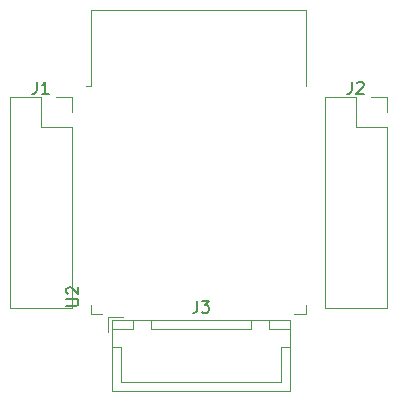
<source format=gbr>
G04 #@! TF.GenerationSoftware,KiCad,Pcbnew,6.0.0-rc1-unknown-bb2e402~66~ubuntu18.04.1*
G04 #@! TF.CreationDate,2019-04-16T15:47:46+02:00
G04 #@! TF.ProjectId,PentaESPConverter,50656e74-6145-4535-9043-6f6e76657274,rev?*
G04 #@! TF.SameCoordinates,Original*
G04 #@! TF.FileFunction,Legend,Top*
G04 #@! TF.FilePolarity,Positive*
%FSLAX46Y46*%
G04 Gerber Fmt 4.6, Leading zero omitted, Abs format (unit mm)*
G04 Created by KiCad (PCBNEW 6.0.0-rc1-unknown-bb2e402~66~ubuntu18.04.1) date Di 16 Apr 2019 15:47:46 CEST*
%MOMM*%
%LPD*%
G04 APERTURE LIST*
%ADD10C,0.120000*%
%ADD11C,0.150000*%
G04 APERTURE END LIST*
D10*
X127642500Y-116884000D02*
X127642500Y-118134000D01*
X128892500Y-116884000D02*
X127642500Y-116884000D01*
X142292500Y-122384000D02*
X135492500Y-122384000D01*
X142292500Y-119434000D02*
X142292500Y-122384000D01*
X143042500Y-119434000D02*
X142292500Y-119434000D01*
X128692500Y-122384000D02*
X135492500Y-122384000D01*
X128692500Y-119434000D02*
X128692500Y-122384000D01*
X127942500Y-119434000D02*
X128692500Y-119434000D01*
X143042500Y-117184000D02*
X141242500Y-117184000D01*
X143042500Y-117934000D02*
X143042500Y-117184000D01*
X141242500Y-117934000D02*
X143042500Y-117934000D01*
X141242500Y-117184000D02*
X141242500Y-117934000D01*
X129742500Y-117184000D02*
X127942500Y-117184000D01*
X129742500Y-117934000D02*
X129742500Y-117184000D01*
X127942500Y-117934000D02*
X129742500Y-117934000D01*
X127942500Y-117184000D02*
X127942500Y-117934000D01*
X139742500Y-117184000D02*
X131242500Y-117184000D01*
X139742500Y-117934000D02*
X139742500Y-117184000D01*
X131242500Y-117934000D02*
X139742500Y-117934000D01*
X131242500Y-117184000D02*
X131242500Y-117934000D01*
X143052500Y-117174000D02*
X127932500Y-117174000D01*
X143052500Y-123144000D02*
X143052500Y-117174000D01*
X127932500Y-123144000D02*
X143052500Y-123144000D01*
X127932500Y-117174000D02*
X127932500Y-123144000D01*
X123190000Y-98238000D02*
X124520000Y-98238000D01*
X124520000Y-98238000D02*
X124520000Y-99568000D01*
X121920000Y-98238000D02*
X121920000Y-100838000D01*
X121920000Y-100838000D02*
X124520000Y-100838000D01*
X124520000Y-100838000D02*
X124520000Y-116138000D01*
X119320000Y-116138000D02*
X124520000Y-116138000D01*
X119320000Y-98238000D02*
X119320000Y-116138000D01*
X119320000Y-98238000D02*
X121920000Y-98238000D01*
X149860000Y-98238000D02*
X151190000Y-98238000D01*
X151190000Y-98238000D02*
X151190000Y-99568000D01*
X148590000Y-98238000D02*
X148590000Y-100838000D01*
X148590000Y-100838000D02*
X151190000Y-100838000D01*
X151190000Y-100838000D02*
X151190000Y-116138000D01*
X145990000Y-116138000D02*
X151190000Y-116138000D01*
X145990000Y-98238000D02*
X145990000Y-116138000D01*
X145990000Y-98238000D02*
X148590000Y-98238000D01*
X126122501Y-97305001D02*
X125742501Y-97305001D01*
X126122501Y-90885001D02*
X126122501Y-97305001D01*
X144362501Y-90885001D02*
X144362501Y-97305001D01*
X126122501Y-90885001D02*
X144362501Y-90885001D01*
X144362501Y-116630001D02*
X143362501Y-116630001D01*
X144362501Y-115850001D02*
X144362501Y-116630001D01*
X126122501Y-116630001D02*
X127122501Y-116630001D01*
X126122501Y-115850001D02*
X126122501Y-116630001D01*
D11*
X135159166Y-115536380D02*
X135159166Y-116250666D01*
X135111547Y-116393523D01*
X135016309Y-116488761D01*
X134873452Y-116536380D01*
X134778214Y-116536380D01*
X135540119Y-115536380D02*
X136159166Y-115536380D01*
X135825833Y-115917333D01*
X135968690Y-115917333D01*
X136063928Y-115964952D01*
X136111547Y-116012571D01*
X136159166Y-116107809D01*
X136159166Y-116345904D01*
X136111547Y-116441142D01*
X136063928Y-116488761D01*
X135968690Y-116536380D01*
X135682976Y-116536380D01*
X135587738Y-116488761D01*
X135540119Y-116441142D01*
X121586666Y-96988380D02*
X121586666Y-97702666D01*
X121539047Y-97845523D01*
X121443809Y-97940761D01*
X121300952Y-97988380D01*
X121205714Y-97988380D01*
X122586666Y-97988380D02*
X122015238Y-97988380D01*
X122300952Y-97988380D02*
X122300952Y-96988380D01*
X122205714Y-97131238D01*
X122110476Y-97226476D01*
X122015238Y-97274095D01*
X148256666Y-96988380D02*
X148256666Y-97702666D01*
X148209047Y-97845523D01*
X148113809Y-97940761D01*
X147970952Y-97988380D01*
X147875714Y-97988380D01*
X148685238Y-97083619D02*
X148732857Y-97036000D01*
X148828095Y-96988380D01*
X149066190Y-96988380D01*
X149161428Y-97036000D01*
X149209047Y-97083619D01*
X149256666Y-97178857D01*
X149256666Y-97274095D01*
X149209047Y-97416952D01*
X148637619Y-97988380D01*
X149256666Y-97988380D01*
X124084881Y-115941905D02*
X124894405Y-115941905D01*
X124989643Y-115894286D01*
X125037262Y-115846667D01*
X125084881Y-115751429D01*
X125084881Y-115560953D01*
X125037262Y-115465715D01*
X124989643Y-115418096D01*
X124894405Y-115370477D01*
X124084881Y-115370477D01*
X124180120Y-114941905D02*
X124132501Y-114894286D01*
X124084881Y-114799048D01*
X124084881Y-114560953D01*
X124132501Y-114465715D01*
X124180120Y-114418096D01*
X124275358Y-114370477D01*
X124370596Y-114370477D01*
X124513453Y-114418096D01*
X125084881Y-114989524D01*
X125084881Y-114370477D01*
M02*

</source>
